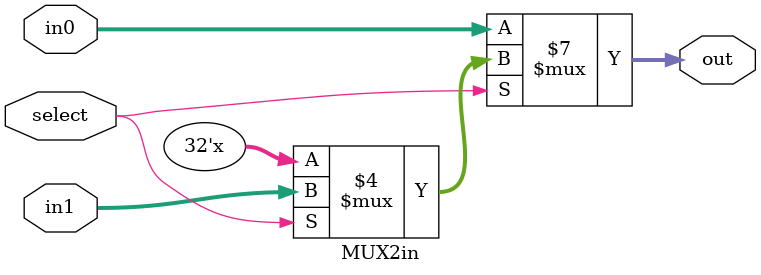
<source format=v>
`timescale 1ns / 1ps


module MUX2in(

        input  select,  //control signal, select the input to be outputed
        
        input [31:0] in0,
        input [31:0] in1,
        
        output reg[31:0] out
        );
        
    always @(*) begin
        if(select == 1'b0)
            out <= in0;
        else
            if(select == 1'b1)
                out <= in1;
    end

    
endmodule

</source>
